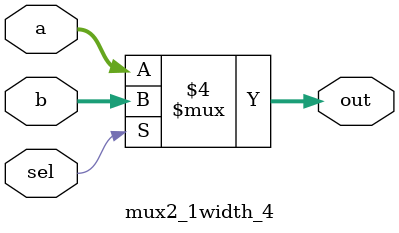
<source format=v>
`timescale 1ns / 1ps


module mux2_1width_4(sel, a, b,
    out
    );
    input sel;
    input [3:0] a, b;
    output reg[3:0] out;
    always @(sel , a, b)
        if(!sel)
            out = a;
        else
            out = b;
endmodule

</source>
